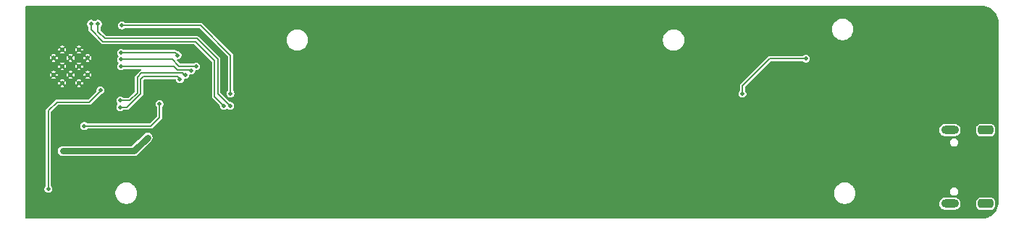
<source format=gbr>
%TF.GenerationSoftware,KiCad,Pcbnew,9.0.7*%
%TF.CreationDate,2026-02-03T10:56:02-06:00*%
%TF.ProjectId,FocusBeam,466f6375-7342-4656-916d-2e6b69636164,rev?*%
%TF.SameCoordinates,Original*%
%TF.FileFunction,Copper,L2,Bot*%
%TF.FilePolarity,Positive*%
%FSLAX46Y46*%
G04 Gerber Fmt 4.6, Leading zero omitted, Abs format (unit mm)*
G04 Created by KiCad (PCBNEW 9.0.7) date 2026-02-03 10:56:02*
%MOMM*%
%LPD*%
G01*
G04 APERTURE LIST*
G04 Aperture macros list*
%AMRoundRect*
0 Rectangle with rounded corners*
0 $1 Rounding radius*
0 $2 $3 $4 $5 $6 $7 $8 $9 X,Y pos of 4 corners*
0 Add a 4 corners polygon primitive as box body*
4,1,4,$2,$3,$4,$5,$6,$7,$8,$9,$2,$3,0*
0 Add four circle primitives for the rounded corners*
1,1,$1+$1,$2,$3*
1,1,$1+$1,$4,$5*
1,1,$1+$1,$6,$7*
1,1,$1+$1,$8,$9*
0 Add four rect primitives between the rounded corners*
20,1,$1+$1,$2,$3,$4,$5,0*
20,1,$1+$1,$4,$5,$6,$7,0*
20,1,$1+$1,$6,$7,$8,$9,0*
20,1,$1+$1,$8,$9,$2,$3,0*%
G04 Aperture macros list end*
%TA.AperFunction,ComponentPad*%
%ADD10C,0.508000*%
%TD*%
%TA.AperFunction,ComponentPad*%
%ADD11O,2.100000X1.000000*%
%TD*%
%TA.AperFunction,ComponentPad*%
%ADD12RoundRect,0.250000X0.650000X-0.250000X0.650000X0.250000X-0.650000X0.250000X-0.650000X-0.250000X0*%
%TD*%
%TA.AperFunction,ViaPad*%
%ADD13C,0.508000*%
%TD*%
%TA.AperFunction,Conductor*%
%ADD14C,0.762000*%
%TD*%
%TA.AperFunction,Conductor*%
%ADD15C,0.203200*%
%TD*%
G04 APERTURE END LIST*
D10*
%TO.P,U7,49,EPAD*%
%TO.N,GND*%
X65512500Y-79075000D03*
X67487500Y-79075000D03*
X64525000Y-78087500D03*
X66500000Y-78087500D03*
X68475000Y-78087500D03*
X65512500Y-77100000D03*
X67487500Y-77100000D03*
X64525000Y-76112500D03*
X66500000Y-76112500D03*
X68475000Y-76112500D03*
X65512500Y-75125000D03*
X67487500Y-75125000D03*
%TD*%
D11*
%TO.P,P1,S1,SHIELD*%
%TO.N,Net-(P1-SHIELD)*%
X169300000Y-93230000D03*
%TO.P,P1,SH2*%
%TO.N,N/C*%
X169300000Y-84590000D03*
D12*
%TO.P,P1,SH3*%
X173480000Y-93230000D03*
%TO.P,P1,SH4*%
X173480000Y-84590000D03*
%TD*%
D13*
%TO.N,GND*%
X61900000Y-84400000D03*
X103000000Y-84525020D03*
X108000000Y-87525020D03*
X103330000Y-81680000D03*
X149050000Y-77935000D03*
X103000000Y-91525020D03*
X148000000Y-91525020D03*
X133000000Y-84525020D03*
X123000000Y-91525020D03*
X159300000Y-78070000D03*
X123000000Y-87525020D03*
X93000000Y-91525020D03*
X98000000Y-87525020D03*
X128000000Y-87525020D03*
X128000000Y-84525020D03*
X153000000Y-87525020D03*
X77600000Y-70700000D03*
X148000000Y-87525020D03*
X125900000Y-72800000D03*
X88000000Y-84525020D03*
X138000000Y-84525020D03*
X118000000Y-87525020D03*
X98000000Y-84525020D03*
X83000000Y-91525020D03*
X88000000Y-87525020D03*
X164030000Y-83010000D03*
X78000000Y-84525020D03*
X165450000Y-93280000D03*
X143000000Y-91525020D03*
X167500000Y-93200000D03*
X133000000Y-87525020D03*
X93000000Y-84525020D03*
X78000000Y-87525020D03*
X138000000Y-91525020D03*
X83000000Y-84525020D03*
X107510000Y-79860000D03*
X83000000Y-87525020D03*
X118000000Y-84525020D03*
X72600000Y-88225020D03*
X148000000Y-84525020D03*
X96900000Y-75800000D03*
X108000000Y-84525020D03*
X90500000Y-83500000D03*
X146000000Y-81000000D03*
X128000000Y-91525020D03*
X167800000Y-83500000D03*
X143000000Y-87525020D03*
X78000000Y-91525020D03*
X80800000Y-73000000D03*
X138000000Y-87525020D03*
X74100000Y-82300000D03*
X153000000Y-84525020D03*
X118000000Y-91525020D03*
X171800000Y-92200000D03*
X113000000Y-87525020D03*
X123000000Y-84525020D03*
X113000000Y-91525020D03*
X103000000Y-87525020D03*
X133000000Y-91525020D03*
X88000000Y-91525020D03*
X80800000Y-79200000D03*
X170800000Y-76860000D03*
X110200000Y-72700000D03*
X98000000Y-91525020D03*
X153000000Y-91525020D03*
X93000000Y-87525020D03*
X113000000Y-84525020D03*
X141800000Y-75800000D03*
X162780000Y-89370000D03*
X108000000Y-91525020D03*
X72700000Y-70800000D03*
X143000000Y-84525020D03*
%TO.N,+3V3*%
X75500000Y-85450000D03*
X65600000Y-87050000D03*
%TO.N,/CP_EN*%
X76900000Y-81500000D03*
X68100000Y-84100000D03*
%TO.N,Net-(Q1-S)*%
X63900000Y-91500000D03*
X70000000Y-79900000D03*
%TO.N,/USB_D+*%
X68900000Y-72100000D03*
X84425789Y-81744211D03*
%TO.N,/USB_D-*%
X85130000Y-81730000D03*
X69700000Y-72100000D03*
%TO.N,/SW_0*%
X79000000Y-75800000D03*
X72400000Y-75500000D03*
%TO.N,/SW_1*%
X81200000Y-77100000D03*
X72400000Y-76300000D03*
%TO.N,/SW_2*%
X80600000Y-77608000D03*
X72400000Y-77100000D03*
%TO.N,/SW_3*%
X79904699Y-78092000D03*
X72300000Y-81100000D03*
%TO.N,/SW_4*%
X72300000Y-81900000D03*
X79284540Y-78600000D03*
%TO.N,Net-(U7-IO22)*%
X145040000Y-80330000D03*
X85200000Y-80300000D03*
X72492000Y-72300000D03*
X152470000Y-76200000D03*
%TD*%
D14*
%TO.N,+3V3*%
X75500000Y-85450000D02*
X73900000Y-87050000D01*
X73900000Y-87050000D02*
X65600000Y-87050000D01*
D15*
%TO.N,/CP_EN*%
X75900000Y-84100000D02*
X68100000Y-84100000D01*
X76900000Y-83100000D02*
X75900000Y-84100000D01*
X76900000Y-81500000D02*
X76900000Y-83100000D01*
%TO.N,Net-(Q1-S)*%
X63900000Y-82300000D02*
X63900000Y-91500000D01*
X64900000Y-81300000D02*
X63900000Y-82300000D01*
X70000000Y-79900000D02*
X70000000Y-80000000D01*
X68700000Y-81300000D02*
X64900000Y-81300000D01*
X70000000Y-80000000D02*
X68700000Y-81300000D01*
%TO.N,/USB_D+*%
X70300000Y-74200000D02*
X68900000Y-72800000D01*
X68900000Y-72800000D02*
X68900000Y-72100000D01*
X84425789Y-81744211D02*
X83343400Y-80661822D01*
X83343400Y-80661822D02*
X83343400Y-76447708D01*
X81095692Y-74200000D02*
X70300000Y-74200000D01*
X83343400Y-76447708D02*
X81095692Y-74200000D01*
%TO.N,/USB_D-*%
X70543400Y-73843400D02*
X69700000Y-73000000D01*
X85130000Y-81730000D02*
X83700000Y-80300000D01*
X83700000Y-76300000D02*
X81243401Y-73843400D01*
X69700000Y-73000000D02*
X69700000Y-72100000D01*
X83700000Y-80300000D02*
X83700000Y-76300000D01*
X81243401Y-73843400D02*
X70543400Y-73843400D01*
%TO.N,/SW_0*%
X78700000Y-75500000D02*
X79000000Y-75800000D01*
X72400000Y-75500000D02*
X78700000Y-75500000D01*
%TO.N,/SW_1*%
X78400000Y-76300000D02*
X72400000Y-76300000D01*
X79200000Y-77100000D02*
X78400000Y-76300000D01*
X81200000Y-77100000D02*
X79200000Y-77100000D01*
%TO.N,/SW_2*%
X78600000Y-77100000D02*
X72400000Y-77100000D01*
X80600000Y-77608000D02*
X80546000Y-77554000D01*
X80546000Y-77554000D02*
X80354000Y-77554000D01*
X79000000Y-77500000D02*
X78600000Y-77100000D01*
X80300000Y-77500000D02*
X79000000Y-77500000D01*
X80354000Y-77554000D02*
X80300000Y-77500000D01*
%TO.N,/SW_3*%
X74800000Y-77900000D02*
X74300000Y-78400000D01*
X74300000Y-80195692D02*
X73395692Y-81100000D01*
X79592000Y-77900000D02*
X74800000Y-77900000D01*
X79904699Y-78092000D02*
X79784000Y-78092000D01*
X74300000Y-78400000D02*
X74300000Y-80195692D01*
X79784000Y-78092000D02*
X79592000Y-77900000D01*
X73395692Y-81100000D02*
X72300000Y-81100000D01*
%TO.N,/SW_4*%
X79284540Y-78600000D02*
X78984540Y-78300000D01*
X74700000Y-80300000D02*
X73100000Y-81900000D01*
X73100000Y-81900000D02*
X72300000Y-81900000D01*
X75000000Y-78300000D02*
X74700000Y-78600000D01*
X74700000Y-78600000D02*
X74700000Y-80300000D01*
X78984540Y-78300000D02*
X75000000Y-78300000D01*
%TO.N,Net-(U7-IO22)*%
X81700000Y-72300000D02*
X72492000Y-72300000D01*
X85200000Y-75800000D02*
X81700000Y-72300000D01*
X85200000Y-80300000D02*
X85200000Y-75800000D01*
X148270000Y-76200000D02*
X152470000Y-76200000D01*
X145040000Y-79430000D02*
X148270000Y-76200000D01*
X145040000Y-80330000D02*
X145040000Y-79430000D01*
%TD*%
%TA.AperFunction,Conductor*%
%TO.N,GND*%
G36*
X173003280Y-70000715D02*
G01*
X173232526Y-70015740D01*
X173240193Y-70016542D01*
X173293285Y-70024175D01*
X173298524Y-70025072D01*
X173496816Y-70064515D01*
X173505499Y-70066648D01*
X173549225Y-70079488D01*
X173553159Y-70080732D01*
X173753123Y-70148611D01*
X173762533Y-70152346D01*
X173787198Y-70163611D01*
X173789805Y-70164849D01*
X173993829Y-70265462D01*
X174005225Y-70272041D01*
X174211739Y-70410029D01*
X174222172Y-70418035D01*
X174398611Y-70572767D01*
X174408902Y-70581792D01*
X174418207Y-70591097D01*
X174581962Y-70777824D01*
X174589970Y-70788260D01*
X174727958Y-70994774D01*
X174734534Y-71006163D01*
X174787370Y-71113303D01*
X174835127Y-71210146D01*
X174836408Y-71212845D01*
X174843276Y-71227882D01*
X174847645Y-71237449D01*
X174851396Y-71246899D01*
X174919254Y-71446803D01*
X174920518Y-71450798D01*
X174933346Y-71494486D01*
X174935488Y-71503202D01*
X174974920Y-71701442D01*
X174975829Y-71706751D01*
X174983452Y-71759768D01*
X174984261Y-71767505D01*
X174999285Y-71996719D01*
X174999500Y-72003299D01*
X174999500Y-92996700D01*
X174999285Y-93003280D01*
X174984261Y-93232493D01*
X174983452Y-93240230D01*
X174975829Y-93293247D01*
X174974920Y-93298556D01*
X174935488Y-93496796D01*
X174933346Y-93505512D01*
X174920518Y-93549200D01*
X174919254Y-93553195D01*
X174851396Y-93753099D01*
X174847643Y-93762555D01*
X174836422Y-93787124D01*
X174835140Y-93789825D01*
X174734534Y-93993835D01*
X174727954Y-94005231D01*
X174589970Y-94211739D01*
X174581959Y-94222179D01*
X174418207Y-94408902D01*
X174408902Y-94418207D01*
X174222179Y-94581959D01*
X174211739Y-94589970D01*
X174005231Y-94727954D01*
X173993835Y-94734534D01*
X173789825Y-94835140D01*
X173787124Y-94836422D01*
X173762555Y-94847643D01*
X173753099Y-94851396D01*
X173553195Y-94919254D01*
X173549200Y-94920518D01*
X173505512Y-94933346D01*
X173496796Y-94935488D01*
X173298556Y-94974920D01*
X173293247Y-94975829D01*
X173240230Y-94983452D01*
X173232493Y-94984261D01*
X173003280Y-94999285D01*
X172996700Y-94999500D01*
X61300600Y-94999500D01*
X61241469Y-94980287D01*
X61204924Y-94929987D01*
X61200000Y-94898900D01*
X61200000Y-91439740D01*
X63442300Y-91439740D01*
X63442300Y-91560259D01*
X63473493Y-91676668D01*
X63513653Y-91746227D01*
X63533749Y-91781034D01*
X63618966Y-91866251D01*
X63618968Y-91866252D01*
X63723331Y-91926506D01*
X63723335Y-91926508D01*
X63839743Y-91957700D01*
X63960257Y-91957700D01*
X64076665Y-91926508D01*
X64120171Y-91901390D01*
X71747100Y-91901390D01*
X71747100Y-92098609D01*
X71777950Y-92293383D01*
X71777953Y-92293397D01*
X71838891Y-92480947D01*
X71928424Y-92656663D01*
X72044340Y-92816207D01*
X72044342Y-92816209D01*
X72183791Y-92955658D01*
X72343337Y-93071576D01*
X72429520Y-93115488D01*
X72519052Y-93161108D01*
X72706602Y-93222046D01*
X72706604Y-93222046D01*
X72706612Y-93222049D01*
X72901390Y-93252899D01*
X72901392Y-93252900D01*
X72901395Y-93252900D01*
X73098608Y-93252900D01*
X73098608Y-93252899D01*
X73293388Y-93222049D01*
X73480947Y-93161108D01*
X73656663Y-93071576D01*
X73816209Y-92955658D01*
X73955658Y-92816209D01*
X74071576Y-92656663D01*
X74161108Y-92480947D01*
X74222049Y-92293388D01*
X74252900Y-92098605D01*
X74252900Y-91901395D01*
X74252900Y-91901391D01*
X74252899Y-91901390D01*
X155747100Y-91901390D01*
X155747100Y-92098609D01*
X155777950Y-92293383D01*
X155777953Y-92293397D01*
X155838891Y-92480947D01*
X155928424Y-92656663D01*
X156044340Y-92816207D01*
X156044342Y-92816209D01*
X156183791Y-92955658D01*
X156343337Y-93071576D01*
X156429520Y-93115488D01*
X156519052Y-93161108D01*
X156706602Y-93222046D01*
X156706604Y-93222046D01*
X156706612Y-93222049D01*
X156901390Y-93252899D01*
X156901392Y-93252900D01*
X156901395Y-93252900D01*
X157098608Y-93252900D01*
X157098608Y-93252899D01*
X157293388Y-93222049D01*
X157480947Y-93161108D01*
X157481763Y-93160692D01*
X168046300Y-93160692D01*
X168046300Y-93299307D01*
X168073343Y-93435264D01*
X168126387Y-93563323D01*
X168126388Y-93563326D01*
X168127708Y-93565301D01*
X168203400Y-93678583D01*
X168301417Y-93776600D01*
X168416673Y-93853611D01*
X168480705Y-93880134D01*
X168544735Y-93906656D01*
X168544736Y-93906656D01*
X168544738Y-93906657D01*
X168680692Y-93933700D01*
X168680693Y-93933700D01*
X169919307Y-93933700D01*
X169919308Y-93933700D01*
X170055262Y-93906657D01*
X170183327Y-93853611D01*
X170298583Y-93776600D01*
X170396600Y-93678583D01*
X170473611Y-93563327D01*
X170526657Y-93435262D01*
X170553700Y-93299308D01*
X170553700Y-93160692D01*
X170526657Y-93024738D01*
X170517769Y-93003280D01*
X170500461Y-92961493D01*
X170485491Y-92925352D01*
X172376300Y-92925352D01*
X172376300Y-93534644D01*
X172376301Y-93534655D01*
X172379173Y-93565298D01*
X172424346Y-93694395D01*
X172492783Y-93787124D01*
X172505562Y-93804438D01*
X172615605Y-93885654D01*
X172744699Y-93930826D01*
X172775347Y-93933700D01*
X174184652Y-93933699D01*
X174215301Y-93930826D01*
X174344395Y-93885654D01*
X174454438Y-93804438D01*
X174535654Y-93694395D01*
X174580826Y-93565301D01*
X174583700Y-93534653D01*
X174583699Y-92925348D01*
X174580826Y-92894699D01*
X174535654Y-92765605D01*
X174454438Y-92655562D01*
X174387811Y-92606389D01*
X174344395Y-92574346D01*
X174215301Y-92529174D01*
X174184653Y-92526300D01*
X174184647Y-92526300D01*
X172775355Y-92526300D01*
X172775344Y-92526301D01*
X172744701Y-92529173D01*
X172615604Y-92574346D01*
X172505562Y-92655561D01*
X172505561Y-92655562D01*
X172424346Y-92765604D01*
X172406639Y-92816209D01*
X172379174Y-92894699D01*
X172376301Y-92925344D01*
X172376300Y-92925352D01*
X170485491Y-92925352D01*
X170473613Y-92896677D01*
X170473611Y-92896673D01*
X170472292Y-92894699D01*
X170396600Y-92781417D01*
X170298583Y-92683400D01*
X170183327Y-92606389D01*
X170183328Y-92606389D01*
X170183326Y-92606388D01*
X170183323Y-92606387D01*
X170055264Y-92553343D01*
X169964626Y-92535314D01*
X169919308Y-92526300D01*
X168680692Y-92526300D01*
X168646703Y-92533060D01*
X168544735Y-92553343D01*
X168416676Y-92606387D01*
X168416673Y-92606388D01*
X168301413Y-92683403D01*
X168203403Y-92781413D01*
X168126388Y-92896673D01*
X168126387Y-92896676D01*
X168073343Y-93024735D01*
X168046300Y-93160692D01*
X157481763Y-93160692D01*
X157656663Y-93071576D01*
X157816209Y-92955658D01*
X157955658Y-92816209D01*
X158071576Y-92656663D01*
X158161108Y-92480947D01*
X158222049Y-92293388D01*
X158252900Y-92098605D01*
X158252900Y-91901395D01*
X158252900Y-91901391D01*
X158252899Y-91901390D01*
X158228324Y-91746227D01*
X158226874Y-91737077D01*
X169322100Y-91737077D01*
X169322100Y-91862922D01*
X169354666Y-91984459D01*
X169354668Y-91984464D01*
X169417585Y-92093438D01*
X169506561Y-92182414D01*
X169506560Y-92182414D01*
X169506562Y-92182415D01*
X169615537Y-92245332D01*
X169615538Y-92245332D01*
X169615540Y-92245333D01*
X169737077Y-92277899D01*
X169737081Y-92277899D01*
X169737083Y-92277900D01*
X169737085Y-92277900D01*
X169862915Y-92277900D01*
X169862917Y-92277900D01*
X169862919Y-92277899D01*
X169862922Y-92277899D01*
X169984459Y-92245333D01*
X169984458Y-92245333D01*
X169984463Y-92245332D01*
X170093438Y-92182415D01*
X170182415Y-92093438D01*
X170245332Y-91984463D01*
X170260861Y-91926508D01*
X170277899Y-91862922D01*
X170277900Y-91862915D01*
X170277900Y-91737084D01*
X170277899Y-91737077D01*
X170245333Y-91615540D01*
X170245331Y-91615535D01*
X170213415Y-91560256D01*
X170182415Y-91506562D01*
X170093438Y-91417585D01*
X170093439Y-91417585D01*
X169984464Y-91354668D01*
X169984459Y-91354666D01*
X169862922Y-91322100D01*
X169862917Y-91322100D01*
X169737083Y-91322100D01*
X169737077Y-91322100D01*
X169615540Y-91354666D01*
X169615535Y-91354668D01*
X169506561Y-91417585D01*
X169417585Y-91506561D01*
X169354668Y-91615535D01*
X169354666Y-91615540D01*
X169322100Y-91737077D01*
X158226874Y-91737077D01*
X158225500Y-91728402D01*
X158222049Y-91706612D01*
X158192458Y-91615540D01*
X158161108Y-91519052D01*
X158071575Y-91343336D01*
X158057043Y-91323335D01*
X157981216Y-91218968D01*
X157955659Y-91183792D01*
X157816207Y-91044340D01*
X157656663Y-90928424D01*
X157480947Y-90838891D01*
X157293397Y-90777953D01*
X157293383Y-90777950D01*
X157098609Y-90747100D01*
X157098605Y-90747100D01*
X156901395Y-90747100D01*
X156901391Y-90747100D01*
X156706616Y-90777950D01*
X156706602Y-90777953D01*
X156519052Y-90838891D01*
X156343336Y-90928424D01*
X156183792Y-91044340D01*
X156044340Y-91183792D01*
X155928424Y-91343336D01*
X155838891Y-91519052D01*
X155777953Y-91706602D01*
X155777950Y-91706616D01*
X155747100Y-91901390D01*
X74252899Y-91901390D01*
X74247334Y-91866252D01*
X74222049Y-91706612D01*
X74192458Y-91615540D01*
X74161108Y-91519052D01*
X74071575Y-91343336D01*
X74057043Y-91323335D01*
X73981216Y-91218968D01*
X73955659Y-91183792D01*
X73816207Y-91044340D01*
X73656663Y-90928424D01*
X73480947Y-90838891D01*
X73293397Y-90777953D01*
X73293383Y-90777950D01*
X73098609Y-90747100D01*
X73098605Y-90747100D01*
X72901395Y-90747100D01*
X72901391Y-90747100D01*
X72706616Y-90777950D01*
X72706602Y-90777953D01*
X72519052Y-90838891D01*
X72343336Y-90928424D01*
X72183792Y-91044340D01*
X72044340Y-91183792D01*
X71928424Y-91343336D01*
X71838891Y-91519052D01*
X71777953Y-91706602D01*
X71777950Y-91706616D01*
X71747100Y-91901390D01*
X64120171Y-91901390D01*
X64181034Y-91866251D01*
X64266251Y-91781034D01*
X64326508Y-91676665D01*
X64357700Y-91560257D01*
X64357700Y-91439743D01*
X64326508Y-91323335D01*
X64266251Y-91218966D01*
X64234764Y-91187479D01*
X64206538Y-91132081D01*
X64205300Y-91116345D01*
X64205300Y-86973020D01*
X65015300Y-86973020D01*
X65015300Y-87126979D01*
X65055148Y-87275689D01*
X65132124Y-87409014D01*
X65240985Y-87517875D01*
X65240984Y-87517875D01*
X65374310Y-87594851D01*
X65374311Y-87594851D01*
X65374314Y-87594853D01*
X65523023Y-87634700D01*
X65523025Y-87634700D01*
X73976975Y-87634700D01*
X73976977Y-87634700D01*
X74125686Y-87594853D01*
X74259014Y-87517876D01*
X74367876Y-87409014D01*
X74367875Y-87409014D01*
X75819814Y-85957077D01*
X169322100Y-85957077D01*
X169322100Y-86082922D01*
X169354666Y-86204459D01*
X169354668Y-86204464D01*
X169417585Y-86313438D01*
X169506561Y-86402414D01*
X169506560Y-86402414D01*
X169615482Y-86465300D01*
X169615537Y-86465332D01*
X169615538Y-86465332D01*
X169615540Y-86465333D01*
X169737077Y-86497899D01*
X169737081Y-86497899D01*
X169737083Y-86497900D01*
X169737085Y-86497900D01*
X169862915Y-86497900D01*
X169862917Y-86497900D01*
X169862919Y-86497899D01*
X169862922Y-86497899D01*
X169984459Y-86465333D01*
X169984458Y-86465333D01*
X169984463Y-86465332D01*
X170093438Y-86402415D01*
X170182415Y-86313438D01*
X170245332Y-86204463D01*
X170277900Y-86082917D01*
X170277900Y-85957083D01*
X170277899Y-85957081D01*
X170277899Y-85957077D01*
X170245333Y-85835540D01*
X170245331Y-85835535D01*
X170182414Y-85726561D01*
X170093438Y-85637585D01*
X170093439Y-85637585D01*
X169984464Y-85574668D01*
X169984459Y-85574666D01*
X169862922Y-85542100D01*
X169862917Y-85542100D01*
X169737083Y-85542100D01*
X169737077Y-85542100D01*
X169615540Y-85574666D01*
X169615535Y-85574668D01*
X169506561Y-85637585D01*
X169417585Y-85726561D01*
X169354668Y-85835535D01*
X169354666Y-85835540D01*
X169322100Y-85957077D01*
X75819814Y-85957077D01*
X75967877Y-85809014D01*
X76044854Y-85675685D01*
X76084700Y-85526977D01*
X76084700Y-85373023D01*
X76063446Y-85293700D01*
X76044856Y-85224321D01*
X76044854Y-85224316D01*
X76044854Y-85224315D01*
X75967877Y-85090985D01*
X75859015Y-84982123D01*
X75725685Y-84905146D01*
X75725684Y-84905145D01*
X75725683Y-84905145D01*
X75725678Y-84905143D01*
X75576981Y-84865300D01*
X75576977Y-84865300D01*
X75423023Y-84865300D01*
X75423018Y-84865300D01*
X75274321Y-84905143D01*
X75274314Y-84905146D01*
X75239405Y-84925301D01*
X75140986Y-84982123D01*
X74396549Y-85726561D01*
X73687275Y-86435835D01*
X73631877Y-86464061D01*
X73616140Y-86465300D01*
X65523020Y-86465300D01*
X65374310Y-86505148D01*
X65240985Y-86582124D01*
X65132124Y-86690985D01*
X65055148Y-86824310D01*
X65015300Y-86973020D01*
X64205300Y-86973020D01*
X64205300Y-84039740D01*
X67642300Y-84039740D01*
X67642300Y-84160259D01*
X67673493Y-84276668D01*
X67712541Y-84344301D01*
X67733749Y-84381034D01*
X67818966Y-84466251D01*
X67818968Y-84466252D01*
X67923331Y-84526506D01*
X67923335Y-84526508D01*
X68039743Y-84557700D01*
X68160257Y-84557700D01*
X68276665Y-84526508D01*
X68286739Y-84520692D01*
X168046300Y-84520692D01*
X168046300Y-84659307D01*
X168073343Y-84795264D01*
X168126387Y-84923323D01*
X168126388Y-84923326D01*
X168127708Y-84925301D01*
X168203400Y-85038583D01*
X168301417Y-85136600D01*
X168416673Y-85213611D01*
X168480705Y-85240134D01*
X168544735Y-85266656D01*
X168544736Y-85266656D01*
X168544738Y-85266657D01*
X168680692Y-85293700D01*
X168680693Y-85293700D01*
X169919307Y-85293700D01*
X169919308Y-85293700D01*
X170055262Y-85266657D01*
X170183327Y-85213611D01*
X170298583Y-85136600D01*
X170396600Y-85038583D01*
X170473611Y-84923327D01*
X170526657Y-84795262D01*
X170553700Y-84659308D01*
X170553700Y-84520692D01*
X170526657Y-84384738D01*
X170525122Y-84381031D01*
X170500461Y-84321493D01*
X170485491Y-84285352D01*
X172376300Y-84285352D01*
X172376300Y-84894644D01*
X172376301Y-84894655D01*
X172379173Y-84925298D01*
X172424346Y-85054395D01*
X172485013Y-85136596D01*
X172505562Y-85164438D01*
X172615605Y-85245654D01*
X172744699Y-85290826D01*
X172775347Y-85293700D01*
X174184652Y-85293699D01*
X174215301Y-85290826D01*
X174344395Y-85245654D01*
X174454438Y-85164438D01*
X174535654Y-85054395D01*
X174580826Y-84925301D01*
X174583700Y-84894653D01*
X174583699Y-84285348D01*
X174580826Y-84254699D01*
X174535654Y-84125605D01*
X174454438Y-84015562D01*
X174387811Y-83966389D01*
X174344395Y-83934346D01*
X174312927Y-83923335D01*
X174215301Y-83889174D01*
X174184653Y-83886300D01*
X174184647Y-83886300D01*
X172775355Y-83886300D01*
X172775344Y-83886301D01*
X172744701Y-83889173D01*
X172615604Y-83934346D01*
X172505562Y-84015561D01*
X172505561Y-84015562D01*
X172424346Y-84125604D01*
X172418813Y-84141417D01*
X172379174Y-84254699D01*
X172376301Y-84285344D01*
X172376300Y-84285352D01*
X170485491Y-84285352D01*
X170473613Y-84256677D01*
X170473611Y-84256673D01*
X170472292Y-84254699D01*
X170396600Y-84141417D01*
X170298583Y-84043400D01*
X170183327Y-83966389D01*
X170183328Y-83966389D01*
X170183326Y-83966388D01*
X170183323Y-83966387D01*
X170055264Y-83913343D01*
X169964626Y-83895314D01*
X169919308Y-83886300D01*
X168680692Y-83886300D01*
X168646703Y-83893060D01*
X168544735Y-83913343D01*
X168416676Y-83966387D01*
X168416673Y-83966388D01*
X168343081Y-84015561D01*
X168306891Y-84039743D01*
X168301413Y-84043403D01*
X168203403Y-84141413D01*
X168126388Y-84256673D01*
X168126387Y-84256676D01*
X168073343Y-84384735D01*
X168046300Y-84520692D01*
X68286739Y-84520692D01*
X68381034Y-84466251D01*
X68412520Y-84434765D01*
X68467918Y-84406539D01*
X68483655Y-84405300D01*
X75940191Y-84405300D01*
X75940193Y-84405300D01*
X76017841Y-84384494D01*
X76052253Y-84364626D01*
X76087459Y-84344300D01*
X77144301Y-83287459D01*
X77184494Y-83217841D01*
X77205300Y-83140193D01*
X77205300Y-81883654D01*
X77224513Y-81824523D01*
X77234759Y-81812525D01*
X77266251Y-81781034D01*
X77326508Y-81676665D01*
X77357700Y-81560257D01*
X77357700Y-81439743D01*
X77326508Y-81323335D01*
X77315052Y-81303493D01*
X77266252Y-81218968D01*
X77266251Y-81218966D01*
X77181034Y-81133749D01*
X77181031Y-81133747D01*
X77076668Y-81073493D01*
X77076665Y-81073492D01*
X77045478Y-81065135D01*
X76960259Y-81042300D01*
X76960257Y-81042300D01*
X76839743Y-81042300D01*
X76839740Y-81042300D01*
X76723331Y-81073493D01*
X76618968Y-81133747D01*
X76618967Y-81133748D01*
X76618966Y-81133749D01*
X76533749Y-81218966D01*
X76533748Y-81218967D01*
X76533747Y-81218968D01*
X76473493Y-81323331D01*
X76442300Y-81439740D01*
X76442300Y-81560259D01*
X76448794Y-81584493D01*
X76471636Y-81669740D01*
X76473493Y-81676668D01*
X76521570Y-81759940D01*
X76533749Y-81781034D01*
X76565236Y-81812521D01*
X76593461Y-81867917D01*
X76594700Y-81883654D01*
X76594700Y-82931870D01*
X76575487Y-82991001D01*
X76565235Y-83003005D01*
X75803006Y-83765235D01*
X75747608Y-83793461D01*
X75731871Y-83794700D01*
X68483655Y-83794700D01*
X68424524Y-83775487D01*
X68412521Y-83765236D01*
X68412520Y-83765235D01*
X68381034Y-83733749D01*
X68381031Y-83733747D01*
X68276668Y-83673493D01*
X68276665Y-83673492D01*
X68245478Y-83665135D01*
X68160259Y-83642300D01*
X68160257Y-83642300D01*
X68039743Y-83642300D01*
X68039740Y-83642300D01*
X67923331Y-83673493D01*
X67818968Y-83733747D01*
X67818967Y-83733748D01*
X67818966Y-83733749D01*
X67733749Y-83818966D01*
X67733748Y-83818967D01*
X67733747Y-83818968D01*
X67673493Y-83923331D01*
X67642300Y-84039740D01*
X64205300Y-84039740D01*
X64205300Y-82468129D01*
X64224513Y-82408998D01*
X64234765Y-82396994D01*
X64996995Y-81634765D01*
X65052393Y-81606539D01*
X65068130Y-81605300D01*
X68740191Y-81605300D01*
X68740193Y-81605300D01*
X68817841Y-81584494D01*
X68887459Y-81544300D01*
X69392019Y-81039740D01*
X71842300Y-81039740D01*
X71842300Y-81160259D01*
X71858032Y-81218968D01*
X71872322Y-81272300D01*
X71873493Y-81276668D01*
X71933747Y-81381031D01*
X71933749Y-81381034D01*
X71958015Y-81405300D01*
X71981581Y-81428866D01*
X72009807Y-81484264D01*
X72000080Y-81545672D01*
X71981581Y-81571134D01*
X71933747Y-81618968D01*
X71873493Y-81723331D01*
X71842300Y-81839740D01*
X71842300Y-81960259D01*
X71873493Y-82076668D01*
X71933747Y-82181031D01*
X71933749Y-82181034D01*
X72018966Y-82266251D01*
X72018968Y-82266252D01*
X72123331Y-82326506D01*
X72123335Y-82326508D01*
X72239743Y-82357700D01*
X72360257Y-82357700D01*
X72476665Y-82326508D01*
X72581034Y-82266251D01*
X72612521Y-82234764D01*
X72667919Y-82206538D01*
X72683655Y-82205300D01*
X73140191Y-82205300D01*
X73140193Y-82205300D01*
X73217841Y-82184494D01*
X73252253Y-82164626D01*
X73287459Y-82144300D01*
X74944301Y-80487459D01*
X74984494Y-80417841D01*
X74986459Y-80410505D01*
X74993789Y-80383153D01*
X74993789Y-80383150D01*
X75005300Y-80340193D01*
X75005300Y-78768129D01*
X75007808Y-78760408D01*
X75006539Y-78752392D01*
X75017233Y-78731403D01*
X75024513Y-78708998D01*
X75034765Y-78696994D01*
X75096994Y-78634765D01*
X75152392Y-78606539D01*
X75168129Y-78605300D01*
X78734921Y-78605300D01*
X78794052Y-78624513D01*
X78830597Y-78674813D01*
X78832093Y-78679862D01*
X78858033Y-78776668D01*
X78918287Y-78881031D01*
X78918289Y-78881034D01*
X79003506Y-78966251D01*
X79003508Y-78966252D01*
X79107871Y-79026506D01*
X79107875Y-79026508D01*
X79224283Y-79057700D01*
X79344797Y-79057700D01*
X79461205Y-79026508D01*
X79565574Y-78966251D01*
X79650791Y-78881034D01*
X79711048Y-78776665D01*
X79742240Y-78660257D01*
X79742240Y-78650300D01*
X79761453Y-78591169D01*
X79811753Y-78554624D01*
X79842840Y-78549700D01*
X79964956Y-78549700D01*
X80081364Y-78518508D01*
X80185733Y-78458251D01*
X80270950Y-78373034D01*
X80331207Y-78268665D01*
X80362399Y-78152257D01*
X80362399Y-78149285D01*
X80363056Y-78147261D01*
X80363259Y-78145723D01*
X80363544Y-78145760D01*
X80381612Y-78090154D01*
X80431912Y-78053609D01*
X80489037Y-78052113D01*
X80539743Y-78065700D01*
X80660257Y-78065700D01*
X80776665Y-78034508D01*
X80881034Y-77974251D01*
X80966251Y-77889034D01*
X81026508Y-77784665D01*
X81057700Y-77668257D01*
X81057700Y-77658300D01*
X81076913Y-77599169D01*
X81127213Y-77562624D01*
X81158300Y-77557700D01*
X81260257Y-77557700D01*
X81376665Y-77526508D01*
X81481034Y-77466251D01*
X81566251Y-77381034D01*
X81626508Y-77276665D01*
X81657700Y-77160257D01*
X81657700Y-77039743D01*
X81626508Y-76923335D01*
X81566251Y-76818966D01*
X81481034Y-76733749D01*
X81481031Y-76733747D01*
X81376668Y-76673493D01*
X81376665Y-76673492D01*
X81317726Y-76657699D01*
X81260259Y-76642300D01*
X81260257Y-76642300D01*
X81139743Y-76642300D01*
X81139740Y-76642300D01*
X81023331Y-76673493D01*
X80918968Y-76733747D01*
X80887479Y-76765236D01*
X80832081Y-76793462D01*
X80816345Y-76794700D01*
X79368130Y-76794700D01*
X79308999Y-76775487D01*
X79296995Y-76765235D01*
X79131860Y-76600100D01*
X78961193Y-76429433D01*
X78932968Y-76374037D01*
X78942694Y-76312629D01*
X78986657Y-76268665D01*
X79032329Y-76257700D01*
X79060257Y-76257700D01*
X79176665Y-76226508D01*
X79281034Y-76166251D01*
X79366251Y-76081034D01*
X79426508Y-75976665D01*
X79457700Y-75860257D01*
X79457700Y-75739743D01*
X79426508Y-75623335D01*
X79366251Y-75518966D01*
X79281034Y-75433749D01*
X79281031Y-75433747D01*
X79176668Y-75373493D01*
X79176665Y-75373492D01*
X79145478Y-75365135D01*
X79060259Y-75342300D01*
X79060257Y-75342300D01*
X79015729Y-75342300D01*
X78956598Y-75323087D01*
X78944594Y-75312835D01*
X78887461Y-75255702D01*
X78887459Y-75255700D01*
X78829169Y-75222046D01*
X78817842Y-75215506D01*
X78740195Y-75194700D01*
X78740193Y-75194700D01*
X72783655Y-75194700D01*
X72724524Y-75175487D01*
X72712521Y-75165236D01*
X72697547Y-75150262D01*
X72681034Y-75133749D01*
X72681031Y-75133747D01*
X72576668Y-75073493D01*
X72576665Y-75073492D01*
X72544242Y-75064804D01*
X72460259Y-75042300D01*
X72460257Y-75042300D01*
X72339743Y-75042300D01*
X72339740Y-75042300D01*
X72223331Y-75073493D01*
X72118968Y-75133747D01*
X72118967Y-75133748D01*
X72118966Y-75133749D01*
X72033749Y-75218966D01*
X72033748Y-75218967D01*
X72033747Y-75218968D01*
X71973493Y-75323331D01*
X71942300Y-75439740D01*
X71942300Y-75560259D01*
X71973493Y-75676668D01*
X72029395Y-75773493D01*
X72033749Y-75781034D01*
X72058015Y-75805300D01*
X72081581Y-75828866D01*
X72109807Y-75884264D01*
X72100080Y-75945672D01*
X72081581Y-75971134D01*
X72033747Y-76018968D01*
X71973493Y-76123331D01*
X71942300Y-76239740D01*
X71942300Y-76360259D01*
X71973493Y-76476668D01*
X72027205Y-76569700D01*
X72033749Y-76581034D01*
X72058015Y-76605300D01*
X72081581Y-76628866D01*
X72109807Y-76684264D01*
X72100080Y-76745672D01*
X72081581Y-76771134D01*
X72033747Y-76818968D01*
X71973493Y-76923331D01*
X71942300Y-77039740D01*
X71942300Y-77160259D01*
X71955003Y-77207665D01*
X71973441Y-77276476D01*
X71973493Y-77276668D01*
X72033747Y-77381031D01*
X72033749Y-77381034D01*
X72118966Y-77466251D01*
X72118968Y-77466252D01*
X72223331Y-77526506D01*
X72223335Y-77526508D01*
X72339743Y-77557700D01*
X72460257Y-77557700D01*
X72576665Y-77526508D01*
X72681034Y-77466251D01*
X72712521Y-77434764D01*
X72767919Y-77406538D01*
X72783655Y-77405300D01*
X74702524Y-77405300D01*
X74761655Y-77424513D01*
X74798200Y-77474813D01*
X74798200Y-77536987D01*
X74761655Y-77587287D01*
X74728561Y-77603072D01*
X74682165Y-77615503D01*
X74682156Y-77615507D01*
X74612543Y-77655696D01*
X74612542Y-77655697D01*
X74055699Y-78212541D01*
X74055698Y-78212543D01*
X74051600Y-78219642D01*
X74051598Y-78219646D01*
X74015507Y-78282156D01*
X73994700Y-78359804D01*
X73994700Y-80027562D01*
X73975487Y-80086693D01*
X73965235Y-80098697D01*
X73298698Y-80765235D01*
X73243300Y-80793461D01*
X73227563Y-80794700D01*
X72683655Y-80794700D01*
X72624524Y-80775487D01*
X72612521Y-80765236D01*
X72603789Y-80756504D01*
X72581034Y-80733749D01*
X72581031Y-80733747D01*
X72476668Y-80673493D01*
X72476665Y-80673492D01*
X72445478Y-80665135D01*
X72360259Y-80642300D01*
X72360257Y-80642300D01*
X72239743Y-80642300D01*
X72239740Y-80642300D01*
X72123331Y-80673493D01*
X72018968Y-80733747D01*
X72018967Y-80733748D01*
X72018966Y-80733749D01*
X71933749Y-80818966D01*
X71933748Y-80818967D01*
X71933747Y-80818968D01*
X71873493Y-80923331D01*
X71842300Y-81039740D01*
X69392019Y-81039740D01*
X70060053Y-80371705D01*
X70105146Y-80345671D01*
X70176665Y-80326508D01*
X70281034Y-80266251D01*
X70366251Y-80181034D01*
X70426508Y-80076665D01*
X70457700Y-79960257D01*
X70457700Y-79839743D01*
X70426508Y-79723335D01*
X70366251Y-79618966D01*
X70281034Y-79533749D01*
X70281031Y-79533747D01*
X70176668Y-79473493D01*
X70176665Y-79473492D01*
X70134837Y-79462284D01*
X70060259Y-79442300D01*
X70060257Y-79442300D01*
X69939743Y-79442300D01*
X69939740Y-79442300D01*
X69823331Y-79473493D01*
X69718968Y-79533747D01*
X69718967Y-79533748D01*
X69718966Y-79533749D01*
X69633749Y-79618966D01*
X69633748Y-79618967D01*
X69633747Y-79618968D01*
X69573493Y-79723331D01*
X69542300Y-79839740D01*
X69542300Y-79960255D01*
X69543161Y-79966796D01*
X69540562Y-79967138D01*
X69537891Y-80018050D01*
X69515110Y-80053128D01*
X68603006Y-80965235D01*
X68547608Y-80993461D01*
X68531871Y-80994700D01*
X64859802Y-80994700D01*
X64782165Y-81015503D01*
X64782156Y-81015507D01*
X64712543Y-81055696D01*
X64712542Y-81055697D01*
X63655700Y-82112541D01*
X63655698Y-82112543D01*
X63637364Y-82144300D01*
X63630317Y-82156506D01*
X63615506Y-82182157D01*
X63594700Y-82259804D01*
X63594700Y-91116345D01*
X63575487Y-91175476D01*
X63565236Y-91187479D01*
X63533747Y-91218968D01*
X63473493Y-91323331D01*
X63442300Y-91439740D01*
X61200000Y-91439740D01*
X61200000Y-79462285D01*
X65268897Y-79462285D01*
X65336024Y-79501041D01*
X65452305Y-79532199D01*
X65452308Y-79532200D01*
X65572692Y-79532200D01*
X65572694Y-79532199D01*
X65688973Y-79501041D01*
X65756098Y-79462285D01*
X67243897Y-79462285D01*
X67311024Y-79501041D01*
X67427305Y-79532199D01*
X67427308Y-79532200D01*
X67547692Y-79532200D01*
X67547694Y-79532199D01*
X67663973Y-79501041D01*
X67731100Y-79462284D01*
X67487500Y-79218684D01*
X67243897Y-79462285D01*
X65756098Y-79462285D01*
X65756100Y-79462284D01*
X65512500Y-79218684D01*
X65268897Y-79462285D01*
X61200000Y-79462285D01*
X61200000Y-79014804D01*
X65055300Y-79014804D01*
X65055300Y-79135194D01*
X65086459Y-79251476D01*
X65125213Y-79318600D01*
X65368815Y-79074999D01*
X65343554Y-79049738D01*
X65385500Y-79049738D01*
X65385500Y-79100262D01*
X65404835Y-79146940D01*
X65440560Y-79182665D01*
X65487238Y-79202000D01*
X65537762Y-79202000D01*
X65584440Y-79182665D01*
X65620165Y-79146940D01*
X65639500Y-79100262D01*
X65639500Y-79074999D01*
X65656184Y-79074999D01*
X65656184Y-79075000D01*
X65899784Y-79318600D01*
X65938541Y-79251473D01*
X65969699Y-79135194D01*
X65969700Y-79135191D01*
X65969700Y-79014808D01*
X65969699Y-79014805D01*
X65969699Y-79014804D01*
X67030300Y-79014804D01*
X67030300Y-79135194D01*
X67061459Y-79251476D01*
X67100213Y-79318600D01*
X67343815Y-79074999D01*
X67318554Y-79049738D01*
X67360500Y-79049738D01*
X67360500Y-79100262D01*
X67379835Y-79146940D01*
X67415560Y-79182665D01*
X67462238Y-79202000D01*
X67512762Y-79202000D01*
X67559440Y-79182665D01*
X67595165Y-79146940D01*
X67614500Y-79100262D01*
X67614500Y-79074999D01*
X67631184Y-79074999D01*
X67631184Y-79075000D01*
X67874784Y-79318600D01*
X67913541Y-79251473D01*
X67944699Y-79135194D01*
X67944700Y-79135191D01*
X67944700Y-79014808D01*
X67944699Y-79014805D01*
X67913541Y-78898524D01*
X67874785Y-78831397D01*
X67631184Y-79074999D01*
X67614500Y-79074999D01*
X67614500Y-79049738D01*
X67595165Y-79003060D01*
X67559440Y-78967335D01*
X67512762Y-78948000D01*
X67462238Y-78948000D01*
X67415560Y-78967335D01*
X67379835Y-79003060D01*
X67360500Y-79049738D01*
X67318554Y-79049738D01*
X67100214Y-78831398D01*
X67061457Y-78898528D01*
X67061456Y-78898531D01*
X67030300Y-79014804D01*
X65969699Y-79014804D01*
X65938541Y-78898524D01*
X65899785Y-78831397D01*
X65656184Y-79074999D01*
X65639500Y-79074999D01*
X65639500Y-79049738D01*
X65620165Y-79003060D01*
X65584440Y-78967335D01*
X65537762Y-78948000D01*
X65487238Y-78948000D01*
X65440560Y-78967335D01*
X65404835Y-79003060D01*
X65385500Y-79049738D01*
X65343554Y-79049738D01*
X65125214Y-78831398D01*
X65086457Y-78898528D01*
X65086456Y-78898531D01*
X65055300Y-79014804D01*
X61200000Y-79014804D01*
X61200000Y-78687714D01*
X65268898Y-78687714D01*
X65512499Y-78931315D01*
X65756100Y-78687714D01*
X67243898Y-78687714D01*
X67487499Y-78931315D01*
X67731101Y-78687713D01*
X67663976Y-78648959D01*
X67547694Y-78617800D01*
X67427304Y-78617800D01*
X67311031Y-78648956D01*
X67311028Y-78648957D01*
X67243898Y-78687714D01*
X65756100Y-78687714D01*
X65756101Y-78687713D01*
X65688976Y-78648959D01*
X65572694Y-78617800D01*
X65452304Y-78617800D01*
X65336031Y-78648956D01*
X65336028Y-78648957D01*
X65268898Y-78687714D01*
X61200000Y-78687714D01*
X61200000Y-78474785D01*
X64281397Y-78474785D01*
X64348524Y-78513541D01*
X64464805Y-78544699D01*
X64464808Y-78544700D01*
X64585192Y-78544700D01*
X64585194Y-78544699D01*
X64701473Y-78513541D01*
X64768598Y-78474785D01*
X66256397Y-78474785D01*
X66323524Y-78513541D01*
X66439805Y-78544699D01*
X66439808Y-78544700D01*
X66560192Y-78544700D01*
X66560194Y-78544699D01*
X66676473Y-78513541D01*
X66743598Y-78474785D01*
X68231397Y-78474785D01*
X68298524Y-78513541D01*
X68414805Y-78544699D01*
X68414808Y-78544700D01*
X68535192Y-78544700D01*
X68535194Y-78544699D01*
X68651473Y-78513541D01*
X68718600Y-78474784D01*
X68475000Y-78231184D01*
X68231397Y-78474785D01*
X66743598Y-78474785D01*
X66743600Y-78474784D01*
X66500000Y-78231184D01*
X66256397Y-78474785D01*
X64768598Y-78474785D01*
X64768600Y-78474784D01*
X64525000Y-78231184D01*
X64281397Y-78474785D01*
X61200000Y-78474785D01*
X61200000Y-78027304D01*
X64067800Y-78027304D01*
X64067800Y-78147694D01*
X64098959Y-78263976D01*
X64137713Y-78331100D01*
X64381315Y-78087499D01*
X64356054Y-78062238D01*
X64398000Y-78062238D01*
X64398000Y-78112762D01*
X64417335Y-78159440D01*
X64453060Y-78195165D01*
X64499738Y-78214500D01*
X64550262Y-78214500D01*
X64596940Y-78195165D01*
X64632665Y-78159440D01*
X64652000Y-78112762D01*
X64652000Y-78087499D01*
X64668684Y-78087499D01*
X64668684Y-78087500D01*
X64912284Y-78331100D01*
X64951041Y-78263973D01*
X64982199Y-78147694D01*
X64982200Y-78147691D01*
X64982200Y-78027308D01*
X64982199Y-78027305D01*
X64982199Y-78027304D01*
X66042800Y-78027304D01*
X66042800Y-78147694D01*
X66073959Y-78263976D01*
X66112713Y-78331100D01*
X66356315Y-78087499D01*
X66331054Y-78062238D01*
X66373000Y-78062238D01*
X66373000Y-78112762D01*
X66392335Y-78159440D01*
X66428060Y-78195165D01*
X66474738Y-78214500D01*
X66525262Y-78214500D01*
X66571940Y-78195165D01*
X66607665Y-78159440D01*
X66627000Y-78112762D01*
X66627000Y-78087499D01*
X66643684Y-78087499D01*
X66643684Y-78087500D01*
X66887284Y-78331100D01*
X66926041Y-78263973D01*
X66957199Y-78147694D01*
X66957200Y-78147691D01*
X66957200Y-78027308D01*
X66957199Y-78027305D01*
X66957199Y-78027304D01*
X68017800Y-78027304D01*
X68017800Y-78147694D01*
X68048959Y-78263976D01*
X68087713Y-78331100D01*
X68331315Y-78087499D01*
X68306054Y-78062238D01*
X68348000Y-78062238D01*
X68348000Y-78112762D01*
X68367335Y-78159440D01*
X68403060Y-78195165D01*
X68449738Y-78214500D01*
X68500262Y-78214500D01*
X68546940Y-78195165D01*
X68582665Y-78159440D01*
X68602000Y-78112762D01*
X68602000Y-78087499D01*
X68618684Y-78087499D01*
X68618684Y-78087500D01*
X68862284Y-78331100D01*
X68901041Y-78263973D01*
X68932199Y-78147694D01*
X68932200Y-78147691D01*
X68932200Y-78027308D01*
X68932199Y-78027305D01*
X68901041Y-77911024D01*
X68862285Y-77843897D01*
X68618684Y-78087499D01*
X68602000Y-78087499D01*
X68602000Y-78062238D01*
X68582665Y-78015560D01*
X68546940Y-77979835D01*
X68500262Y-77960500D01*
X68449738Y-77960500D01*
X68403060Y-77979835D01*
X68367335Y-78015560D01*
X68348000Y-78062238D01*
X68306054Y-78062238D01*
X68087714Y-77843898D01*
X68048957Y-77911028D01*
X68048956Y-77911031D01*
X68017800Y-78027304D01*
X66957199Y-78027304D01*
X66926041Y-77911024D01*
X66887285Y-77843897D01*
X66643684Y-78087499D01*
X66627000Y-78087499D01*
X66627000Y-78062238D01*
X66607665Y-78015560D01*
X66571940Y-77979835D01*
X66525262Y-77960500D01*
X66474738Y-77960500D01*
X66428060Y-77979835D01*
X66392335Y-78015560D01*
X66373000Y-78062238D01*
X66331054Y-78062238D01*
X66112714Y-77843898D01*
X66073957Y-77911028D01*
X66073956Y-77911031D01*
X66042800Y-78027304D01*
X64982199Y-78027304D01*
X64951041Y-77911024D01*
X64912285Y-77843897D01*
X64668684Y-78087499D01*
X64652000Y-78087499D01*
X64652000Y-78062238D01*
X64632665Y-78015560D01*
X64596940Y-77979835D01*
X64550262Y-77960500D01*
X64499738Y-77960500D01*
X64453060Y-77979835D01*
X64417335Y-78015560D01*
X64398000Y-78062238D01*
X64356054Y-78062238D01*
X64137714Y-77843898D01*
X64098957Y-77911028D01*
X64098956Y-77911031D01*
X64067800Y-78027304D01*
X61200000Y-78027304D01*
X61200000Y-77700214D01*
X64281398Y-77700214D01*
X64524999Y-77943815D01*
X64768600Y-77700214D01*
X66256398Y-77700214D01*
X66499999Y-77943815D01*
X66743600Y-77700214D01*
X68231398Y-77700214D01*
X68474999Y-77943815D01*
X68718601Y-77700213D01*
X68651476Y-77661459D01*
X68535194Y-77630300D01*
X68414804Y-77630300D01*
X68298531Y-77661456D01*
X68298528Y-77661457D01*
X68231398Y-77700214D01*
X66743600Y-77700214D01*
X66743601Y-77700213D01*
X66676476Y-77661459D01*
X66560194Y-77630300D01*
X66439804Y-77630300D01*
X66323531Y-77661456D01*
X66323528Y-77661457D01*
X66256398Y-77700214D01*
X64768600Y-77700214D01*
X64768601Y-77700213D01*
X64701476Y-77661459D01*
X64585194Y-77630300D01*
X64464804Y-77630300D01*
X64348531Y-77661456D01*
X64348528Y-77661457D01*
X64281398Y-77700214D01*
X61200000Y-77700214D01*
X61200000Y-77487285D01*
X65268897Y-77487285D01*
X65336024Y-77526041D01*
X65452305Y-77557199D01*
X65452308Y-77557200D01*
X65572692Y-77557200D01*
X65572694Y-77557199D01*
X65688973Y-77526041D01*
X65756098Y-77487285D01*
X67243897Y-77487285D01*
X67311024Y-77526041D01*
X67427305Y-77557199D01*
X67427308Y-77557200D01*
X67547692Y-77557200D01*
X67547694Y-77557199D01*
X67663973Y-77526041D01*
X67731100Y-77487284D01*
X67487500Y-77243684D01*
X67243897Y-77487285D01*
X65756098Y-77487285D01*
X65756100Y-77487284D01*
X65512500Y-77243684D01*
X65268897Y-77487285D01*
X61200000Y-77487285D01*
X61200000Y-77039804D01*
X65055300Y-77039804D01*
X65055300Y-77160194D01*
X65086459Y-77276476D01*
X65125213Y-77343600D01*
X65368815Y-77099999D01*
X65343554Y-77074738D01*
X65385500Y-77074738D01*
X65385500Y-77125262D01*
X65404835Y-77171940D01*
X65440560Y-77207665D01*
X65487238Y-77227000D01*
X65537762Y-77227000D01*
X65584440Y-77207665D01*
X65620165Y-77171940D01*
X65639500Y-77125262D01*
X65639500Y-77099999D01*
X65656184Y-77099999D01*
X65656184Y-77100000D01*
X65899784Y-77343600D01*
X65938541Y-77276473D01*
X65969699Y-77160194D01*
X65969700Y-77160191D01*
X65969700Y-77039808D01*
X65969699Y-77039805D01*
X65969699Y-77039804D01*
X67030300Y-77039804D01*
X67030300Y-77160194D01*
X67061459Y-77276476D01*
X67100213Y-77343600D01*
X67343815Y-77099999D01*
X67318554Y-77074738D01*
X67360500Y-77074738D01*
X67360500Y-77125262D01*
X67379835Y-77171940D01*
X67415560Y-77207665D01*
X67462238Y-77227000D01*
X67512762Y-77227000D01*
X67559440Y-77207665D01*
X67595165Y-77171940D01*
X67614500Y-77125262D01*
X67614500Y-77099999D01*
X67631184Y-77099999D01*
X67631184Y-77100000D01*
X67874784Y-77343600D01*
X67913541Y-77276473D01*
X67944699Y-77160194D01*
X67944700Y-77160191D01*
X67944700Y-77039808D01*
X67944699Y-77039805D01*
X67913541Y-76923524D01*
X67874785Y-76856397D01*
X67631184Y-77099999D01*
X67614500Y-77099999D01*
X67614500Y-77074738D01*
X67595165Y-77028060D01*
X67559440Y-76992335D01*
X67512762Y-76973000D01*
X67462238Y-76973000D01*
X67415560Y-76992335D01*
X67379835Y-77028060D01*
X67360500Y-77074738D01*
X67318554Y-77074738D01*
X67100214Y-76856398D01*
X67061457Y-76923528D01*
X67061456Y-76923531D01*
X67030300Y-77039804D01*
X65969699Y-77039804D01*
X65938541Y-76923524D01*
X65899785Y-76856397D01*
X65656184Y-77099999D01*
X65639500Y-77099999D01*
X65639500Y-77074738D01*
X65620165Y-77028060D01*
X65584440Y-76992335D01*
X65537762Y-76973000D01*
X65487238Y-76973000D01*
X65440560Y-76992335D01*
X65404835Y-77028060D01*
X65385500Y-77074738D01*
X65343554Y-77074738D01*
X65125214Y-76856398D01*
X65086457Y-76923528D01*
X65086456Y-76923531D01*
X65055300Y-77039804D01*
X61200000Y-77039804D01*
X61200000Y-76712714D01*
X65268898Y-76712714D01*
X65512499Y-76956315D01*
X65756100Y-76712714D01*
X67243898Y-76712714D01*
X67487499Y-76956315D01*
X67731101Y-76712713D01*
X67663976Y-76673959D01*
X67547694Y-76642800D01*
X67427304Y-76642800D01*
X67311031Y-76673956D01*
X67311028Y-76673957D01*
X67243898Y-76712714D01*
X65756100Y-76712714D01*
X65756101Y-76712713D01*
X65688976Y-76673959D01*
X65572694Y-76642800D01*
X65452304Y-76642800D01*
X65336031Y-76673956D01*
X65336028Y-76673957D01*
X65268898Y-76712714D01*
X61200000Y-76712714D01*
X61200000Y-76499785D01*
X64281397Y-76499785D01*
X64348524Y-76538541D01*
X64464805Y-76569699D01*
X64464808Y-76569700D01*
X64585192Y-76569700D01*
X64585194Y-76569699D01*
X64701473Y-76538541D01*
X64768598Y-76499785D01*
X66256397Y-76499785D01*
X66323524Y-76538541D01*
X66439805Y-76569699D01*
X66439808Y-76569700D01*
X66560192Y-76569700D01*
X66560194Y-76569699D01*
X66676473Y-76538541D01*
X66743598Y-76499785D01*
X68231397Y-76499785D01*
X68298524Y-76538541D01*
X68414805Y-76569699D01*
X68414808Y-76569700D01*
X68535192Y-76569700D01*
X68535194Y-76569699D01*
X68651473Y-76538541D01*
X68718600Y-76499784D01*
X68475000Y-76256184D01*
X68231397Y-76499785D01*
X66743598Y-76499785D01*
X66743600Y-76499784D01*
X66500000Y-76256184D01*
X66256397Y-76499785D01*
X64768598Y-76499785D01*
X64768600Y-76499784D01*
X64525000Y-76256184D01*
X64281397Y-76499785D01*
X61200000Y-76499785D01*
X61200000Y-76052304D01*
X64067800Y-76052304D01*
X64067800Y-76172694D01*
X64098959Y-76288976D01*
X64137713Y-76356100D01*
X64381315Y-76112499D01*
X64356054Y-76087238D01*
X64398000Y-76087238D01*
X64398000Y-76137762D01*
X64417335Y-76184440D01*
X64453060Y-76220165D01*
X64499738Y-76239500D01*
X64550262Y-76239500D01*
X64596940Y-76220165D01*
X64632665Y-76184440D01*
X64652000Y-76137762D01*
X64652000Y-76112499D01*
X64668684Y-76112499D01*
X64668684Y-76112500D01*
X64912284Y-76356100D01*
X64951041Y-76288973D01*
X64982199Y-76172694D01*
X64982200Y-76172691D01*
X64982200Y-76052308D01*
X64982199Y-76052305D01*
X64982199Y-76052304D01*
X66042800Y-76052304D01*
X66042800Y-76172694D01*
X66073959Y-76288976D01*
X66112713Y-76356100D01*
X66356315Y-76112499D01*
X66331054Y-76087238D01*
X66373000Y-76087238D01*
X66373000Y-76137762D01*
X66392335Y-76184440D01*
X66428060Y-76220165D01*
X66474738Y-76239500D01*
X66525262Y-76239500D01*
X66571940Y-76220165D01*
X66607665Y-76184440D01*
X66627000Y-76137762D01*
X66627000Y-76112499D01*
X66643684Y-76112499D01*
X66643684Y-76112500D01*
X66887284Y-76356100D01*
X66926041Y-76288973D01*
X66957199Y-76172694D01*
X66957200Y-76172691D01*
X66957200Y-76052308D01*
X66957199Y-76052305D01*
X66957199Y-76052304D01*
X68017800Y-76052304D01*
X68017800Y-76172694D01*
X68048959Y-76288976D01*
X68087713Y-76356100D01*
X68331315Y-76112499D01*
X68306054Y-76087238D01*
X68348000Y-76087238D01*
X68348000Y-76137762D01*
X68367335Y-76184440D01*
X68403060Y-76220165D01*
X68449738Y-76239500D01*
X68500262Y-76239500D01*
X68546940Y-76220165D01*
X68582665Y-76184440D01*
X68602000Y-76137762D01*
X68602000Y-76112499D01*
X68618684Y-76112499D01*
X68618684Y-76112500D01*
X68862284Y-76356100D01*
X68901041Y-76288973D01*
X68932199Y-76172694D01*
X68932200Y-76172691D01*
X68932200Y-76052308D01*
X68932199Y-76052305D01*
X68901041Y-75936024D01*
X68862285Y-75868897D01*
X68618684Y-76112499D01*
X68602000Y-76112499D01*
X68602000Y-76087238D01*
X68582665Y-76040560D01*
X68546940Y-76004835D01*
X68500262Y-75985500D01*
X68449738Y-75985500D01*
X68403060Y-76004835D01*
X68367335Y-76040560D01*
X68348000Y-76087238D01*
X68306054Y-76087238D01*
X68087714Y-75868898D01*
X68048957Y-75936028D01*
X68048956Y-75936031D01*
X68017800Y-76052304D01*
X66957199Y-76052304D01*
X66926041Y-75936024D01*
X66887285Y-75868897D01*
X66643684Y-76112499D01*
X66627000Y-76112499D01*
X66627000Y-76087238D01*
X66607665Y-76040560D01*
X66571940Y-76004835D01*
X66525262Y-75985500D01*
X66474738Y-75985500D01*
X66428060Y-76004835D01*
X66392335Y-76040560D01*
X66373000Y-76087238D01*
X66331054Y-76087238D01*
X66112714Y-75868898D01*
X66073957Y-75936028D01*
X66073956Y-75936031D01*
X66042800Y-76052304D01*
X64982199Y-76052304D01*
X64951041Y-75936024D01*
X64912285Y-75868897D01*
X64668684Y-76112499D01*
X64652000Y-76112499D01*
X64652000Y-76087238D01*
X64632665Y-76040560D01*
X64596940Y-76004835D01*
X64550262Y-75985500D01*
X64499738Y-75985500D01*
X64453060Y-76004835D01*
X64417335Y-76040560D01*
X64398000Y-76087238D01*
X64356054Y-76087238D01*
X64137714Y-75868898D01*
X64098957Y-75936028D01*
X64098956Y-75936031D01*
X64067800Y-76052304D01*
X61200000Y-76052304D01*
X61200000Y-75725214D01*
X64281398Y-75725214D01*
X64524999Y-75968815D01*
X64768600Y-75725214D01*
X66256398Y-75725214D01*
X66499999Y-75968815D01*
X66743600Y-75725214D01*
X68231398Y-75725214D01*
X68474999Y-75968815D01*
X68718601Y-75725213D01*
X68651476Y-75686459D01*
X68535194Y-75655300D01*
X68414804Y-75655300D01*
X68298531Y-75686456D01*
X68298528Y-75686457D01*
X68231398Y-75725214D01*
X66743600Y-75725214D01*
X66743601Y-75725213D01*
X66676476Y-75686459D01*
X66560194Y-75655300D01*
X66439804Y-75655300D01*
X66323531Y-75686456D01*
X66323528Y-75686457D01*
X66256398Y-75725214D01*
X64768600Y-75725214D01*
X64768601Y-75725213D01*
X64701476Y-75686459D01*
X64585194Y-75655300D01*
X64464804Y-75655300D01*
X64348531Y-75686456D01*
X64348528Y-75686457D01*
X64281398Y-75725214D01*
X61200000Y-75725214D01*
X61200000Y-75512285D01*
X65268897Y-75512285D01*
X65336024Y-75551041D01*
X65452305Y-75582199D01*
X65452308Y-75582200D01*
X65572692Y-75582200D01*
X65572694Y-75582199D01*
X65688973Y-75551041D01*
X65756098Y-75512285D01*
X67243897Y-75512285D01*
X67311024Y-75551041D01*
X67427305Y-75582199D01*
X67427308Y-75582200D01*
X67547692Y-75582200D01*
X67547694Y-75582199D01*
X67663973Y-75551041D01*
X67731100Y-75512284D01*
X67487500Y-75268684D01*
X67243897Y-75512285D01*
X65756098Y-75512285D01*
X65756100Y-75512284D01*
X65512500Y-75268684D01*
X65268897Y-75512285D01*
X61200000Y-75512285D01*
X61200000Y-75064804D01*
X65055300Y-75064804D01*
X65055300Y-75185194D01*
X65086459Y-75301476D01*
X65125213Y-75368600D01*
X65368815Y-75124999D01*
X65343554Y-75099738D01*
X65385500Y-75099738D01*
X65385500Y-75150262D01*
X65404835Y-75196940D01*
X65440560Y-75232665D01*
X65487238Y-75252000D01*
X65537762Y-75252000D01*
X65584440Y-75232665D01*
X65620165Y-75196940D01*
X65639500Y-75150262D01*
X65639500Y-75124999D01*
X65656184Y-75124999D01*
X65656184Y-75125000D01*
X65899784Y-75368600D01*
X65938541Y-75301473D01*
X65969699Y-75185194D01*
X65969700Y-75185191D01*
X65969700Y-75064808D01*
X65969699Y-75064805D01*
X65969699Y-75064804D01*
X67030300Y-75064804D01*
X67030300Y-75185194D01*
X67061459Y-75301476D01*
X67100213Y-75368600D01*
X67343815Y-75124999D01*
X67318554Y-75099738D01*
X67360500Y-75099738D01*
X67360500Y-75150262D01*
X67379835Y-75196940D01*
X67415560Y-75232665D01*
X67462238Y-75252000D01*
X67512762Y-75252000D01*
X67559440Y-75232665D01*
X67595165Y-75196940D01*
X67614500Y-75150262D01*
X67614500Y-75124999D01*
X67631184Y-75124999D01*
X67631184Y-75125000D01*
X67874784Y-75368600D01*
X67913541Y-75301473D01*
X67944699Y-75185194D01*
X67944700Y-75185191D01*
X67944700Y-75064808D01*
X67944699Y-75064805D01*
X67913541Y-74948524D01*
X67874785Y-74881397D01*
X67631184Y-75124999D01*
X67614500Y-75124999D01*
X67614500Y-75099738D01*
X67595165Y-75053060D01*
X67559440Y-75017335D01*
X67512762Y-74998000D01*
X67462238Y-74998000D01*
X67415560Y-75017335D01*
X67379835Y-75053060D01*
X67360500Y-75099738D01*
X67318554Y-75099738D01*
X67100214Y-74881398D01*
X67061457Y-74948528D01*
X67061456Y-74948531D01*
X67030300Y-75064804D01*
X65969699Y-75064804D01*
X65938541Y-74948524D01*
X65899785Y-74881397D01*
X65656184Y-75124999D01*
X65639500Y-75124999D01*
X65639500Y-75099738D01*
X65620165Y-75053060D01*
X65584440Y-75017335D01*
X65537762Y-74998000D01*
X65487238Y-74998000D01*
X65440560Y-75017335D01*
X65404835Y-75053060D01*
X65385500Y-75099738D01*
X65343554Y-75099738D01*
X65125214Y-74881398D01*
X65086457Y-74948528D01*
X65086456Y-74948531D01*
X65055300Y-75064804D01*
X61200000Y-75064804D01*
X61200000Y-74737714D01*
X65268898Y-74737714D01*
X65512499Y-74981315D01*
X65756100Y-74737714D01*
X67243898Y-74737714D01*
X67487499Y-74981315D01*
X67731101Y-74737713D01*
X67663976Y-74698959D01*
X67547694Y-74667800D01*
X67427304Y-74667800D01*
X67311031Y-74698956D01*
X67311028Y-74698957D01*
X67243898Y-74737714D01*
X65756100Y-74737714D01*
X65756101Y-74737713D01*
X65688976Y-74698959D01*
X65572694Y-74667800D01*
X65452304Y-74667800D01*
X65336031Y-74698956D01*
X65336028Y-74698957D01*
X65268898Y-74737714D01*
X61200000Y-74737714D01*
X61200000Y-72039740D01*
X68442300Y-72039740D01*
X68442300Y-72160259D01*
X68473493Y-72276668D01*
X68533747Y-72381031D01*
X68533749Y-72381034D01*
X68565236Y-72412521D01*
X68593461Y-72467917D01*
X68594700Y-72483654D01*
X68594700Y-72840195D01*
X68605945Y-72882159D01*
X68605945Y-72882160D01*
X68615504Y-72917837D01*
X68615504Y-72917838D01*
X68615506Y-72917841D01*
X68655700Y-72987459D01*
X70112541Y-74444300D01*
X70182159Y-74484494D01*
X70259807Y-74505300D01*
X80927563Y-74505300D01*
X80986694Y-74524513D01*
X80998698Y-74534765D01*
X83008635Y-76544702D01*
X83036861Y-76600100D01*
X83038100Y-76615837D01*
X83038100Y-80702015D01*
X83046603Y-80733749D01*
X83052701Y-80756504D01*
X83052701Y-80756507D01*
X83058904Y-80779658D01*
X83058906Y-80779663D01*
X83099100Y-80849281D01*
X83938624Y-81688805D01*
X83966850Y-81744203D01*
X83968089Y-81759940D01*
X83968089Y-81804470D01*
X83999282Y-81920879D01*
X84051333Y-82011034D01*
X84059538Y-82025245D01*
X84144755Y-82110462D01*
X84179544Y-82130547D01*
X84249120Y-82170717D01*
X84249124Y-82170719D01*
X84365532Y-82201911D01*
X84486046Y-82201911D01*
X84602454Y-82170719D01*
X84706823Y-82110462D01*
X84714195Y-82103089D01*
X84769588Y-82074863D01*
X84830997Y-82084587D01*
X84846568Y-82094411D01*
X84848964Y-82096249D01*
X84848966Y-82096251D01*
X84925367Y-82140361D01*
X84953331Y-82156506D01*
X84953335Y-82156508D01*
X85069743Y-82187700D01*
X85190257Y-82187700D01*
X85306665Y-82156508D01*
X85411034Y-82096251D01*
X85496251Y-82011034D01*
X85556508Y-81906665D01*
X85587700Y-81790257D01*
X85587700Y-81669743D01*
X85556508Y-81553335D01*
X85496251Y-81448966D01*
X85411034Y-81363749D01*
X85411031Y-81363747D01*
X85306668Y-81303493D01*
X85306665Y-81303492D01*
X85275478Y-81295135D01*
X85190259Y-81272300D01*
X85190257Y-81272300D01*
X85145729Y-81272300D01*
X85086598Y-81253087D01*
X85074594Y-81242835D01*
X84034765Y-80203006D01*
X84006539Y-80147608D01*
X84005300Y-80131871D01*
X84005300Y-76259808D01*
X84005299Y-76259804D01*
X83984494Y-76182159D01*
X83984494Y-76182158D01*
X83979028Y-76172691D01*
X83944300Y-76112541D01*
X81430860Y-73599100D01*
X81361242Y-73558905D01*
X81351200Y-73556215D01*
X81344833Y-73554509D01*
X81324420Y-73549039D01*
X81283596Y-73538100D01*
X81283594Y-73538100D01*
X70711530Y-73538100D01*
X70652399Y-73518887D01*
X70640395Y-73508635D01*
X70034765Y-72903005D01*
X70006539Y-72847607D01*
X70005300Y-72831870D01*
X70005300Y-72483654D01*
X70024513Y-72424523D01*
X70034759Y-72412525D01*
X70066251Y-72381034D01*
X70126508Y-72276665D01*
X70136402Y-72239740D01*
X72034300Y-72239740D01*
X72034300Y-72360259D01*
X72065493Y-72476668D01*
X72125747Y-72581031D01*
X72125749Y-72581034D01*
X72210966Y-72666251D01*
X72210968Y-72666252D01*
X72315331Y-72726506D01*
X72315335Y-72726508D01*
X72431743Y-72757700D01*
X72552257Y-72757700D01*
X72668665Y-72726508D01*
X72773034Y-72666251D01*
X72804521Y-72634764D01*
X72859919Y-72606538D01*
X72875655Y-72605300D01*
X81531871Y-72605300D01*
X81591002Y-72624513D01*
X81603006Y-72634765D01*
X84865235Y-75896994D01*
X84893461Y-75952392D01*
X84894700Y-75968129D01*
X84894700Y-79916345D01*
X84875487Y-79975476D01*
X84865236Y-79987479D01*
X84833747Y-80018968D01*
X84773493Y-80123331D01*
X84742300Y-80239740D01*
X84742300Y-80360259D01*
X84773493Y-80476668D01*
X84790812Y-80506665D01*
X84833749Y-80581034D01*
X84918966Y-80666251D01*
X84918968Y-80666252D01*
X85023331Y-80726506D01*
X85023335Y-80726508D01*
X85139743Y-80757700D01*
X85260257Y-80757700D01*
X85376665Y-80726508D01*
X85481034Y-80666251D01*
X85566251Y-80581034D01*
X85626508Y-80476665D01*
X85657700Y-80360257D01*
X85657700Y-80269740D01*
X144582300Y-80269740D01*
X144582300Y-80390259D01*
X144613493Y-80506668D01*
X144673747Y-80611031D01*
X144673749Y-80611034D01*
X144758966Y-80696251D01*
X144758968Y-80696252D01*
X144863331Y-80756506D01*
X144863335Y-80756508D01*
X144979743Y-80787700D01*
X145100257Y-80787700D01*
X145216665Y-80756508D01*
X145321034Y-80696251D01*
X145406251Y-80611034D01*
X145466508Y-80506665D01*
X145497700Y-80390257D01*
X145497700Y-80269743D01*
X145466508Y-80153335D01*
X145406251Y-80048966D01*
X145374764Y-80017479D01*
X145346538Y-79962081D01*
X145345300Y-79946345D01*
X145345300Y-79598129D01*
X145364513Y-79538998D01*
X145374765Y-79526994D01*
X148366995Y-76534765D01*
X148422393Y-76506539D01*
X148438130Y-76505300D01*
X152086345Y-76505300D01*
X152145476Y-76524513D01*
X152157479Y-76534764D01*
X152188966Y-76566251D01*
X152188968Y-76566252D01*
X152293331Y-76626506D01*
X152293335Y-76626508D01*
X152409743Y-76657700D01*
X152530257Y-76657700D01*
X152646665Y-76626508D01*
X152751034Y-76566251D01*
X152836251Y-76481034D01*
X152896508Y-76376665D01*
X152927700Y-76260257D01*
X152927700Y-76139743D01*
X152896508Y-76023335D01*
X152836251Y-75918966D01*
X152751034Y-75833749D01*
X152751031Y-75833747D01*
X152646668Y-75773493D01*
X152646665Y-75773492D01*
X152595582Y-75759804D01*
X152530259Y-75742300D01*
X152530257Y-75742300D01*
X152409743Y-75742300D01*
X152409740Y-75742300D01*
X152293331Y-75773493D01*
X152188968Y-75833747D01*
X152157479Y-75865236D01*
X152102081Y-75893462D01*
X152086345Y-75894700D01*
X148229802Y-75894700D01*
X148152165Y-75915503D01*
X148152156Y-75915507D01*
X148082543Y-75955696D01*
X148082542Y-75955697D01*
X144795702Y-79242538D01*
X144755506Y-79312157D01*
X144734700Y-79389804D01*
X144734700Y-79946345D01*
X144715487Y-80005476D01*
X144705236Y-80017479D01*
X144673747Y-80048968D01*
X144613493Y-80153331D01*
X144582300Y-80269740D01*
X85657700Y-80269740D01*
X85657700Y-80239743D01*
X85626508Y-80123335D01*
X85612283Y-80098697D01*
X85566252Y-80018968D01*
X85566251Y-80018966D01*
X85534764Y-79987479D01*
X85506538Y-79932081D01*
X85505300Y-79916345D01*
X85505300Y-75759808D01*
X85505299Y-75759804D01*
X85500609Y-75742300D01*
X85484494Y-75682159D01*
X85467505Y-75652735D01*
X85444300Y-75612541D01*
X83733149Y-73901390D01*
X91747100Y-73901390D01*
X91747100Y-74098609D01*
X91777950Y-74293383D01*
X91777953Y-74293397D01*
X91838891Y-74480947D01*
X91928424Y-74656663D01*
X92044340Y-74816207D01*
X92183792Y-74955659D01*
X92242069Y-74998000D01*
X92343337Y-75071576D01*
X92398608Y-75099738D01*
X92519052Y-75161108D01*
X92706602Y-75222046D01*
X92706604Y-75222046D01*
X92706612Y-75222049D01*
X92901390Y-75252899D01*
X92901392Y-75252900D01*
X92901395Y-75252900D01*
X93098608Y-75252900D01*
X93098608Y-75252899D01*
X93293388Y-75222049D01*
X93480947Y-75161108D01*
X93656663Y-75071576D01*
X93816209Y-74955658D01*
X93955658Y-74816209D01*
X94071576Y-74656663D01*
X94161108Y-74480947D01*
X94222049Y-74293388D01*
X94252900Y-74098605D01*
X94252900Y-73901395D01*
X94252900Y-73901391D01*
X94252899Y-73901390D01*
X135747100Y-73901390D01*
X135747100Y-74098609D01*
X135777950Y-74293383D01*
X135777953Y-74293397D01*
X135838891Y-74480947D01*
X135928424Y-74656663D01*
X136044340Y-74816207D01*
X136183792Y-74955659D01*
X136242069Y-74998000D01*
X136343337Y-75071576D01*
X136398608Y-75099738D01*
X136519052Y-75161108D01*
X136706602Y-75222046D01*
X136706604Y-75222046D01*
X136706612Y-75222049D01*
X136901390Y-75252899D01*
X136901392Y-75252900D01*
X136901395Y-75252900D01*
X137098608Y-75252900D01*
X137098608Y-75252899D01*
X137293388Y-75222049D01*
X137480947Y-75161108D01*
X137656663Y-75071576D01*
X137816209Y-74955658D01*
X137955658Y-74816209D01*
X138071576Y-74656663D01*
X138161108Y-74480947D01*
X138222049Y-74293388D01*
X138252900Y-74098605D01*
X138252900Y-73901395D01*
X138252900Y-73901391D01*
X138252899Y-73901390D01*
X138243425Y-73841575D01*
X138222049Y-73706612D01*
X138182928Y-73586209D01*
X138161108Y-73519052D01*
X138071575Y-73343336D01*
X137955659Y-73183792D01*
X137816207Y-73044340D01*
X137656663Y-72928424D01*
X137480947Y-72838891D01*
X137293397Y-72777953D01*
X137293383Y-72777950D01*
X137223005Y-72766803D01*
X137098609Y-72747100D01*
X137098605Y-72747100D01*
X136901395Y-72747100D01*
X136901391Y-72747100D01*
X136706616Y-72777950D01*
X136706602Y-72777953D01*
X136519052Y-72838891D01*
X136343336Y-72928424D01*
X136183792Y-73044340D01*
X136044340Y-73183792D01*
X135928424Y-73343336D01*
X135838891Y-73519052D01*
X135777953Y-73706602D01*
X135777950Y-73706616D01*
X135747100Y-73901390D01*
X94252899Y-73901390D01*
X94243425Y-73841575D01*
X94222049Y-73706612D01*
X94182928Y-73586209D01*
X94161108Y-73519052D01*
X94071575Y-73343336D01*
X93955659Y-73183792D01*
X93816207Y-73044340D01*
X93656663Y-72928424D01*
X93480947Y-72838891D01*
X93293397Y-72777953D01*
X93293383Y-72777950D01*
X93098609Y-72747100D01*
X93098605Y-72747100D01*
X92901395Y-72747100D01*
X92901391Y-72747100D01*
X92706616Y-72777950D01*
X92706602Y-72777953D01*
X92519052Y-72838891D01*
X92343336Y-72928424D01*
X92183792Y-73044340D01*
X92044340Y-73183792D01*
X91928424Y-73343336D01*
X91838891Y-73519052D01*
X91777953Y-73706602D01*
X91777950Y-73706616D01*
X91747100Y-73901390D01*
X83733149Y-73901390D01*
X82503149Y-72671390D01*
X155517100Y-72671390D01*
X155517100Y-72868609D01*
X155547950Y-73063383D01*
X155547953Y-73063397D01*
X155608891Y-73250947D01*
X155698424Y-73426663D01*
X155814340Y-73586207D01*
X155814342Y-73586209D01*
X155953791Y-73725658D01*
X156113337Y-73841576D01*
X156199520Y-73885488D01*
X156289052Y-73931108D01*
X156476602Y-73992046D01*
X156476604Y-73992046D01*
X156476612Y-73992049D01*
X156671390Y-74022899D01*
X156671392Y-74022900D01*
X156671395Y-74022900D01*
X156868608Y-74022900D01*
X156868608Y-74022899D01*
X157063388Y-73992049D01*
X157250947Y-73931108D01*
X157426663Y-73841576D01*
X157586209Y-73725658D01*
X157725658Y-73586209D01*
X157841576Y-73426663D01*
X157931108Y-73250947D01*
X157992049Y-73063388D01*
X158022900Y-72868605D01*
X158022900Y-72671395D01*
X158022900Y-72671391D01*
X158022899Y-72671390D01*
X158017098Y-72634764D01*
X157992049Y-72476612D01*
X157980798Y-72441985D01*
X157931108Y-72289052D01*
X157841575Y-72113336D01*
X157725659Y-71953792D01*
X157586207Y-71814340D01*
X157426663Y-71698424D01*
X157250947Y-71608891D01*
X157063397Y-71547953D01*
X157063383Y-71547950D01*
X156868609Y-71517100D01*
X156868605Y-71517100D01*
X156671395Y-71517100D01*
X156671391Y-71517100D01*
X156476616Y-71547950D01*
X156476602Y-71547953D01*
X156289052Y-71608891D01*
X156113336Y-71698424D01*
X155953792Y-71814340D01*
X155814340Y-71953792D01*
X155698424Y-72113336D01*
X155608891Y-72289052D01*
X155547953Y-72476602D01*
X155547950Y-72476616D01*
X155517100Y-72671390D01*
X82503149Y-72671390D01*
X81887459Y-72055700D01*
X81846095Y-72031818D01*
X81817842Y-72015506D01*
X81740195Y-71994700D01*
X81740193Y-71994700D01*
X72875655Y-71994700D01*
X72816524Y-71975487D01*
X72804521Y-71965236D01*
X72793076Y-71953791D01*
X72773034Y-71933749D01*
X72773031Y-71933747D01*
X72668668Y-71873493D01*
X72668665Y-71873492D01*
X72637478Y-71865135D01*
X72552259Y-71842300D01*
X72552257Y-71842300D01*
X72431743Y-71842300D01*
X72431740Y-71842300D01*
X72315331Y-71873493D01*
X72210968Y-71933747D01*
X72210967Y-71933748D01*
X72210966Y-71933749D01*
X72125749Y-72018966D01*
X72125748Y-72018967D01*
X72125747Y-72018968D01*
X72065493Y-72123331D01*
X72034300Y-72239740D01*
X70136402Y-72239740D01*
X70157700Y-72160257D01*
X70157700Y-72039743D01*
X70126508Y-71923335D01*
X70066251Y-71818966D01*
X69981034Y-71733749D01*
X69981031Y-71733747D01*
X69876668Y-71673493D01*
X69876665Y-71673492D01*
X69845478Y-71665135D01*
X69760259Y-71642300D01*
X69760257Y-71642300D01*
X69639743Y-71642300D01*
X69639740Y-71642300D01*
X69523331Y-71673493D01*
X69418968Y-71733747D01*
X69371134Y-71781581D01*
X69315736Y-71809807D01*
X69254328Y-71800080D01*
X69228866Y-71781581D01*
X69207053Y-71759768D01*
X69181034Y-71733749D01*
X69181031Y-71733747D01*
X69076668Y-71673493D01*
X69076665Y-71673492D01*
X69045478Y-71665135D01*
X68960259Y-71642300D01*
X68960257Y-71642300D01*
X68839743Y-71642300D01*
X68839740Y-71642300D01*
X68723331Y-71673493D01*
X68618968Y-71733747D01*
X68618967Y-71733748D01*
X68618966Y-71733749D01*
X68533749Y-71818966D01*
X68533748Y-71818967D01*
X68533747Y-71818968D01*
X68473493Y-71923331D01*
X68442300Y-72039740D01*
X61200000Y-72039740D01*
X61200000Y-70101100D01*
X61219213Y-70041969D01*
X61269513Y-70005424D01*
X61300600Y-70000500D01*
X172996701Y-70000500D01*
X173003280Y-70000715D01*
G37*
%TD.AperFunction*%
%TD*%
M02*

</source>
